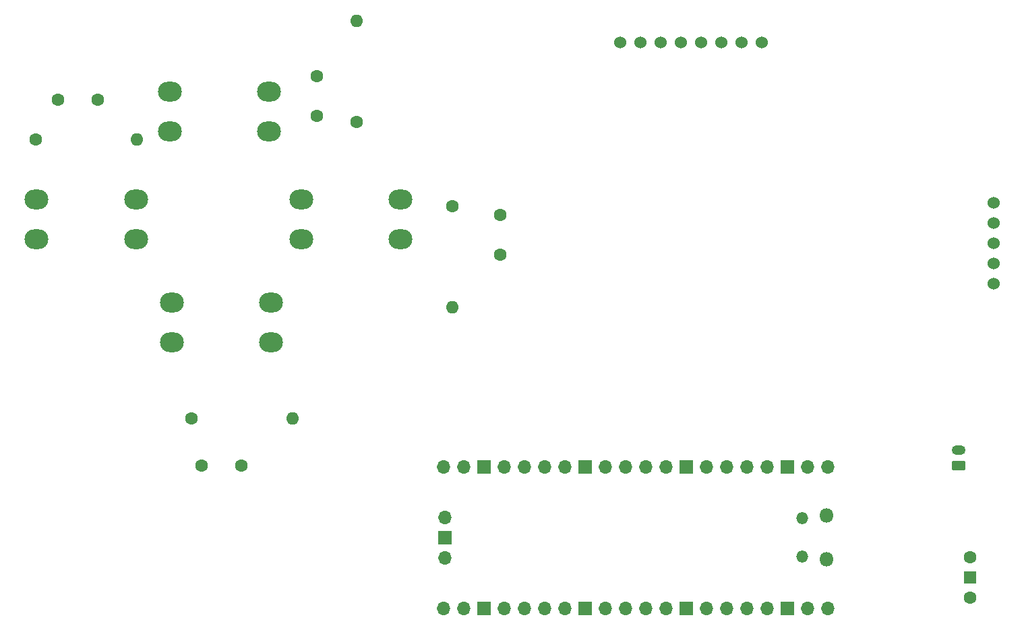
<source format=gbr>
%TF.GenerationSoftware,KiCad,Pcbnew,8.0.8*%
%TF.CreationDate,2025-03-05T15:18:01-05:00*%
%TF.ProjectId,PacmanProject,5061636d-616e-4507-926f-6a6563742e6b,rev?*%
%TF.SameCoordinates,Original*%
%TF.FileFunction,Soldermask,Bot*%
%TF.FilePolarity,Negative*%
%FSLAX46Y46*%
G04 Gerber Fmt 4.6, Leading zero omitted, Abs format (unit mm)*
G04 Created by KiCad (PCBNEW 8.0.8) date 2025-03-05 15:18:01*
%MOMM*%
%LPD*%
G01*
G04 APERTURE LIST*
G04 Aperture macros list*
%AMRoundRect*
0 Rectangle with rounded corners*
0 $1 Rounding radius*
0 $2 $3 $4 $5 $6 $7 $8 $9 X,Y pos of 4 corners*
0 Add a 4 corners polygon primitive as box body*
4,1,4,$2,$3,$4,$5,$6,$7,$8,$9,$2,$3,0*
0 Add four circle primitives for the rounded corners*
1,1,$1+$1,$2,$3*
1,1,$1+$1,$4,$5*
1,1,$1+$1,$6,$7*
1,1,$1+$1,$8,$9*
0 Add four rect primitives between the rounded corners*
20,1,$1+$1,$2,$3,$4,$5,0*
20,1,$1+$1,$4,$5,$6,$7,0*
20,1,$1+$1,$6,$7,$8,$9,0*
20,1,$1+$1,$8,$9,$2,$3,0*%
G04 Aperture macros list end*
%ADD10O,3.000000X2.500000*%
%ADD11C,1.524000*%
%ADD12R,1.500000X1.500000*%
%ADD13C,1.600000*%
%ADD14RoundRect,0.250000X0.625000X-0.350000X0.625000X0.350000X-0.625000X0.350000X-0.625000X-0.350000X0*%
%ADD15O,1.750000X1.200000*%
%ADD16O,1.600000X1.600000*%
%ADD17O,1.800000X1.800000*%
%ADD18O,1.500000X1.500000*%
%ADD19O,1.700000X1.700000*%
%ADD20R,1.700000X1.700000*%
G04 APERTURE END LIST*
D10*
%TO.C,SW3*%
X161500000Y-70000000D03*
X174000000Y-70000000D03*
X161500000Y-75000000D03*
X174000000Y-75000000D03*
%TD*%
D11*
%TO.C,SSD1*%
X218110000Y-63760000D03*
X220650000Y-63760000D03*
X223190000Y-63760000D03*
X225730000Y-63760000D03*
X228270000Y-63760000D03*
X230810000Y-63760000D03*
X233350000Y-63760000D03*
X235890000Y-63760000D03*
%TD*%
D12*
%TO.C,SW5*%
X262000000Y-131000000D03*
D13*
X262000000Y-128460000D03*
X262000000Y-133540000D03*
%TD*%
D14*
%TO.C,J1*%
X260550000Y-117000000D03*
D15*
X260550000Y-115000000D03*
%TD*%
D10*
%TO.C,SW1*%
X178000000Y-83500000D03*
X190500000Y-83500000D03*
X178000000Y-88500000D03*
X190500000Y-88500000D03*
%TD*%
D13*
%TO.C,R3*%
X185000000Y-73810000D03*
D16*
X185000000Y-61110000D03*
%TD*%
D10*
%TO.C,SW4*%
X144750000Y-83500000D03*
X157250000Y-83500000D03*
X144750000Y-88500000D03*
X157250000Y-88500000D03*
%TD*%
D13*
%TO.C,R4*%
X144650000Y-76000000D03*
D16*
X157350000Y-76000000D03*
%TD*%
D17*
%TO.C,U1*%
X244000000Y-123275000D03*
D18*
X240970000Y-123575000D03*
X240970000Y-128425000D03*
D17*
X244000000Y-128725000D03*
D19*
X244130000Y-117110000D03*
X241590000Y-117110000D03*
D20*
X239050000Y-117110000D03*
D19*
X236510000Y-117110000D03*
X233970000Y-117110000D03*
X231430000Y-117110000D03*
X228890000Y-117110000D03*
D20*
X226350000Y-117110000D03*
D19*
X223810000Y-117110000D03*
X221270000Y-117110000D03*
X218730000Y-117110000D03*
X216190000Y-117110000D03*
D20*
X213650000Y-117110000D03*
D19*
X211110000Y-117110000D03*
X208570000Y-117110000D03*
X206030000Y-117110000D03*
X203490000Y-117110000D03*
D20*
X200950000Y-117110000D03*
D19*
X198410000Y-117110000D03*
X195870000Y-117110000D03*
X195870000Y-134890000D03*
X198410000Y-134890000D03*
D20*
X200950000Y-134890000D03*
D19*
X203490000Y-134890000D03*
X206030000Y-134890000D03*
X208570000Y-134890000D03*
X211110000Y-134890000D03*
D20*
X213650000Y-134890000D03*
D19*
X216190000Y-134890000D03*
X218730000Y-134890000D03*
X221270000Y-134890000D03*
X223810000Y-134890000D03*
D20*
X226350000Y-134890000D03*
D19*
X228890000Y-134890000D03*
X231430000Y-134890000D03*
X233970000Y-134890000D03*
X236510000Y-134890000D03*
D20*
X239050000Y-134890000D03*
D19*
X241590000Y-134890000D03*
X244130000Y-134890000D03*
X196100000Y-123460000D03*
D20*
X196100000Y-126000000D03*
D19*
X196100000Y-128540000D03*
%TD*%
D13*
%TO.C,R2*%
X197000000Y-84380000D03*
D16*
X197000000Y-97080000D03*
%TD*%
D10*
%TO.C,SW2*%
X161750000Y-96500000D03*
X174250000Y-96500000D03*
X161750000Y-101500000D03*
X174250000Y-101500000D03*
%TD*%
D13*
%TO.C,C2*%
X180000000Y-73000000D03*
X180000000Y-68000000D03*
%TD*%
D11*
%TO.C,ST1*%
X265000000Y-83920000D03*
X265000000Y-86460000D03*
X265000000Y-89000000D03*
X265000000Y-91540000D03*
X265000000Y-94080000D03*
%TD*%
D13*
%TO.C,C1*%
X203000000Y-85500000D03*
X203000000Y-90500000D03*
%TD*%
%TO.C,C4*%
X147500000Y-71000000D03*
X152500000Y-71000000D03*
%TD*%
%TO.C,C3*%
X165500000Y-117000000D03*
X170500000Y-117000000D03*
%TD*%
%TO.C,R1*%
X164190000Y-111000000D03*
D16*
X176890000Y-111000000D03*
%TD*%
M02*

</source>
